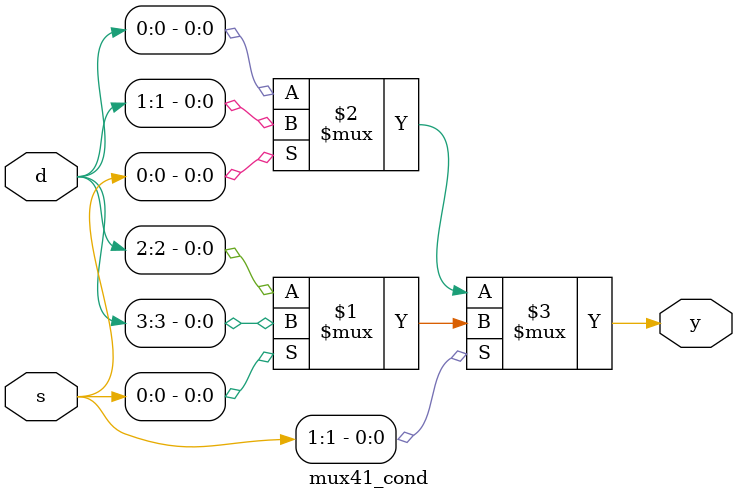
<source format=v>
module mux41_cond (
	input [3:0] d,
	input [1:0] s,
	output y
);

	assign y = s[1] ? (s[0] ? d[3] : d[2]) : s[0] ? d[1] : d[0];
endmodule

</source>
